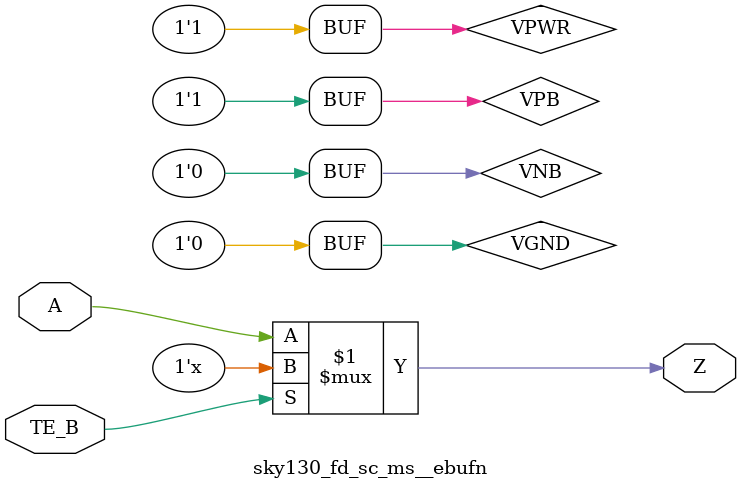
<source format=v>
/*
 * Copyright 2020 The SkyWater PDK Authors
 *
 * Licensed under the Apache License, Version 2.0 (the "License");
 * you may not use this file except in compliance with the License.
 * You may obtain a copy of the License at
 *
 *     https://www.apache.org/licenses/LICENSE-2.0
 *
 * Unless required by applicable law or agreed to in writing, software
 * distributed under the License is distributed on an "AS IS" BASIS,
 * WITHOUT WARRANTIES OR CONDITIONS OF ANY KIND, either express or implied.
 * See the License for the specific language governing permissions and
 * limitations under the License.
 *
 * SPDX-License-Identifier: Apache-2.0
*/


`ifndef SKY130_FD_SC_MS__EBUFN_BEHAVIORAL_V
`define SKY130_FD_SC_MS__EBUFN_BEHAVIORAL_V

/**
 * ebufn: Tri-state buffer, negative enable.
 *
 * Verilog simulation functional model.
 */

`timescale 1ns / 1ps
`default_nettype none

`celldefine
module sky130_fd_sc_ms__ebufn (
    Z   ,
    A   ,
    TE_B
);

    // Module ports
    output Z   ;
    input  A   ;
    input  TE_B;

    // Module supplies
    supply1 VPWR;
    supply0 VGND;
    supply1 VPB ;
    supply0 VNB ;

    //     Name     Output  Other arguments
    bufif0 bufif00 (Z     , A, TE_B        );

endmodule
`endcelldefine

`default_nettype wire
`endif  // SKY130_FD_SC_MS__EBUFN_BEHAVIORAL_V
</source>
